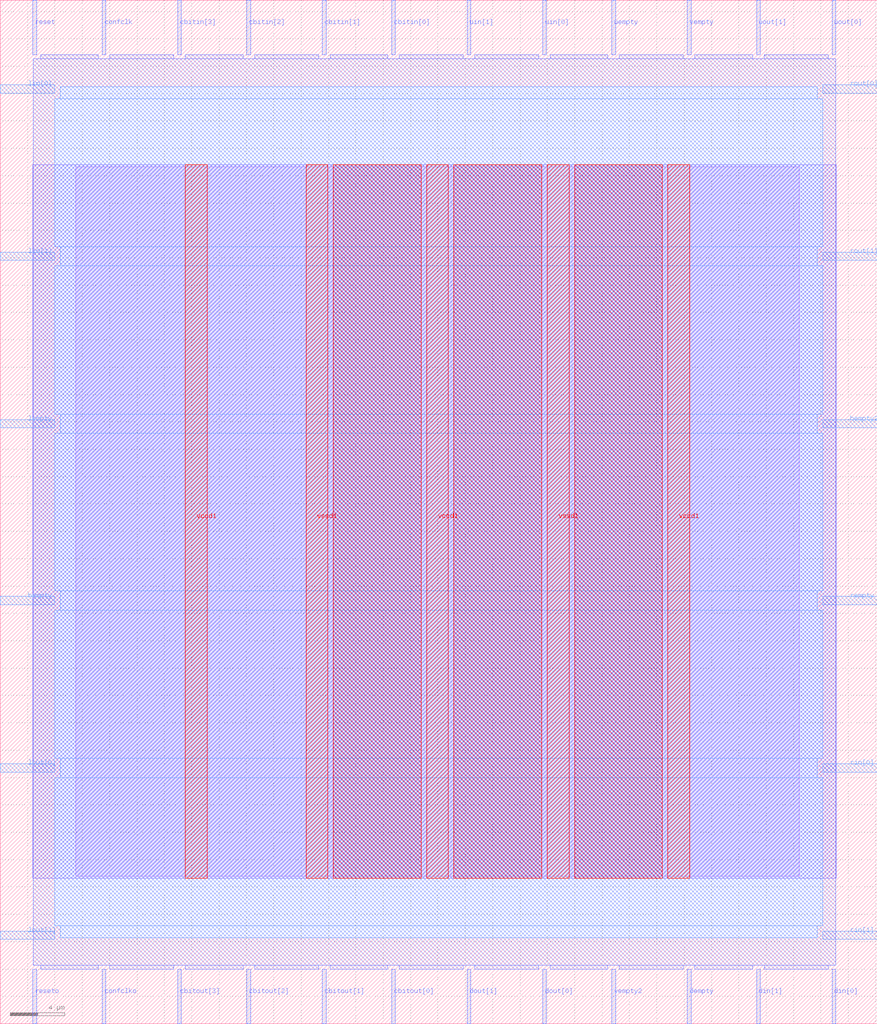
<source format=lef>
VERSION 5.7 ;
  NOWIREEXTENSIONATPIN ON ;
  DIVIDERCHAR "/" ;
  BUSBITCHARS "[]" ;
MACRO ycell
  CLASS BLOCK ;
  FOREIGN ycell ;
  ORIGIN 0.000 0.000 ;
  SIZE 64.115 BY 74.835 ;
  PIN cbitin[0]
    DIRECTION INPUT ;
    USE SIGNAL ;
    PORT
      LAYER met2 ;
        RECT 28.610 70.835 28.890 74.835 ;
    END
  END cbitin[0]
  PIN cbitin[1]
    DIRECTION INPUT ;
    USE SIGNAL ;
    PORT
      LAYER met2 ;
        RECT 23.550 70.835 23.830 74.835 ;
    END
  END cbitin[1]
  PIN cbitin[2]
    DIRECTION INPUT ;
    USE SIGNAL ;
    PORT
      LAYER met2 ;
        RECT 18.030 70.835 18.310 74.835 ;
    END
  END cbitin[2]
  PIN cbitin[3]
    DIRECTION INPUT ;
    USE SIGNAL ;
    PORT
      LAYER met2 ;
        RECT 12.970 70.835 13.250 74.835 ;
    END
  END cbitin[3]
  PIN cbitout[0]
    DIRECTION OUTPUT TRISTATE ;
    USE SIGNAL ;
    PORT
      LAYER met2 ;
        RECT 28.610 0.000 28.890 4.000 ;
    END
  END cbitout[0]
  PIN cbitout[1]
    DIRECTION OUTPUT TRISTATE ;
    USE SIGNAL ;
    PORT
      LAYER met2 ;
        RECT 23.550 0.000 23.830 4.000 ;
    END
  END cbitout[1]
  PIN cbitout[2]
    DIRECTION OUTPUT TRISTATE ;
    USE SIGNAL ;
    PORT
      LAYER met2 ;
        RECT 18.030 0.000 18.310 4.000 ;
    END
  END cbitout[2]
  PIN cbitout[3]
    DIRECTION OUTPUT TRISTATE ;
    USE SIGNAL ;
    PORT
      LAYER met2 ;
        RECT 12.970 0.000 13.250 4.000 ;
    END
  END cbitout[3]
  PIN confclk
    DIRECTION INPUT ;
    USE SIGNAL ;
    PORT
      LAYER met2 ;
        RECT 7.450 70.835 7.730 74.835 ;
    END
  END confclk
  PIN confclko
    DIRECTION OUTPUT TRISTATE ;
    USE SIGNAL ;
    PORT
      LAYER met2 ;
        RECT 7.450 0.000 7.730 4.000 ;
    END
  END confclko
  PIN dempty
    DIRECTION INPUT ;
    USE SIGNAL ;
    PORT
      LAYER met2 ;
        RECT 50.230 0.000 50.510 4.000 ;
    END
  END dempty
  PIN din[0]
    DIRECTION INPUT ;
    USE SIGNAL ;
    PORT
      LAYER met2 ;
        RECT 60.810 0.000 61.090 4.000 ;
    END
  END din[0]
  PIN din[1]
    DIRECTION INPUT ;
    USE SIGNAL ;
    PORT
      LAYER met2 ;
        RECT 55.290 0.000 55.570 4.000 ;
    END
  END din[1]
  PIN dout[0]
    DIRECTION OUTPUT TRISTATE ;
    USE SIGNAL ;
    PORT
      LAYER met2 ;
        RECT 39.650 0.000 39.930 4.000 ;
    END
  END dout[0]
  PIN dout[1]
    DIRECTION OUTPUT TRISTATE ;
    USE SIGNAL ;
    PORT
      LAYER met2 ;
        RECT 34.130 0.000 34.410 4.000 ;
    END
  END dout[1]
  PIN hempty
    DIRECTION OUTPUT TRISTATE ;
    USE SIGNAL ;
    PORT
      LAYER met3 ;
        RECT 0.000 30.640 4.000 31.240 ;
    END
  END hempty
  PIN hempty2
    DIRECTION OUTPUT TRISTATE ;
    USE SIGNAL ;
    PORT
      LAYER met3 ;
        RECT 60.115 43.560 64.115 44.160 ;
    END
  END hempty2
  PIN lempty
    DIRECTION INPUT ;
    USE SIGNAL ;
    PORT
      LAYER met3 ;
        RECT 0.000 43.560 4.000 44.160 ;
    END
  END lempty
  PIN lin[0]
    DIRECTION INPUT ;
    USE SIGNAL ;
    PORT
      LAYER met3 ;
        RECT 0.000 68.040 4.000 68.640 ;
    END
  END lin[0]
  PIN lin[1]
    DIRECTION INPUT ;
    USE SIGNAL ;
    PORT
      LAYER met3 ;
        RECT 0.000 55.800 4.000 56.400 ;
    END
  END lin[1]
  PIN lout[0]
    DIRECTION OUTPUT TRISTATE ;
    USE SIGNAL ;
    PORT
      LAYER met3 ;
        RECT 0.000 18.400 4.000 19.000 ;
    END
  END lout[0]
  PIN lout[1]
    DIRECTION OUTPUT TRISTATE ;
    USE SIGNAL ;
    PORT
      LAYER met3 ;
        RECT 0.000 6.160 4.000 6.760 ;
    END
  END lout[1]
  PIN rempty
    DIRECTION INPUT ;
    USE SIGNAL ;
    PORT
      LAYER met3 ;
        RECT 60.115 30.640 64.115 31.240 ;
    END
  END rempty
  PIN reset
    DIRECTION INPUT ;
    USE SIGNAL ;
    PORT
      LAYER met2 ;
        RECT 2.390 70.835 2.670 74.835 ;
    END
  END reset
  PIN reseto
    DIRECTION OUTPUT TRISTATE ;
    USE SIGNAL ;
    PORT
      LAYER met2 ;
        RECT 2.390 0.000 2.670 4.000 ;
    END
  END reseto
  PIN rin[0]
    DIRECTION INPUT ;
    USE SIGNAL ;
    PORT
      LAYER met3 ;
        RECT 60.115 18.400 64.115 19.000 ;
    END
  END rin[0]
  PIN rin[1]
    DIRECTION INPUT ;
    USE SIGNAL ;
    PORT
      LAYER met3 ;
        RECT 60.115 6.160 64.115 6.760 ;
    END
  END rin[1]
  PIN rout[0]
    DIRECTION OUTPUT TRISTATE ;
    USE SIGNAL ;
    PORT
      LAYER met3 ;
        RECT 60.115 68.040 64.115 68.640 ;
    END
  END rout[0]
  PIN rout[1]
    DIRECTION OUTPUT TRISTATE ;
    USE SIGNAL ;
    PORT
      LAYER met3 ;
        RECT 60.115 55.800 64.115 56.400 ;
    END
  END rout[1]
  PIN uempty
    DIRECTION INPUT ;
    USE SIGNAL ;
    PORT
      LAYER met2 ;
        RECT 44.710 70.835 44.990 74.835 ;
    END
  END uempty
  PIN uin[0]
    DIRECTION INPUT ;
    USE SIGNAL ;
    PORT
      LAYER met2 ;
        RECT 39.650 70.835 39.930 74.835 ;
    END
  END uin[0]
  PIN uin[1]
    DIRECTION INPUT ;
    USE SIGNAL ;
    PORT
      LAYER met2 ;
        RECT 34.130 70.835 34.410 74.835 ;
    END
  END uin[1]
  PIN uout[0]
    DIRECTION OUTPUT TRISTATE ;
    USE SIGNAL ;
    PORT
      LAYER met2 ;
        RECT 60.810 70.835 61.090 74.835 ;
    END
  END uout[0]
  PIN uout[1]
    DIRECTION OUTPUT TRISTATE ;
    USE SIGNAL ;
    PORT
      LAYER met2 ;
        RECT 55.290 70.835 55.570 74.835 ;
    END
  END uout[1]
  PIN vempty
    DIRECTION OUTPUT TRISTATE ;
    USE SIGNAL ;
    PORT
      LAYER met2 ;
        RECT 50.230 70.835 50.510 74.835 ;
    END
  END vempty
  PIN vempty2
    DIRECTION OUTPUT TRISTATE ;
    USE SIGNAL ;
    PORT
      LAYER met2 ;
        RECT 44.710 0.000 44.990 4.000 ;
    END
  END vempty2
  PIN vccd1
    DIRECTION INOUT ;
    USE POWER ;
    PORT
      LAYER met4 ;
        RECT 48.805 10.640 50.405 62.800 ;
    END
  END vccd1
  PIN vccd1
    DIRECTION INOUT ;
    USE POWER ;
    PORT
      LAYER met4 ;
        RECT 31.170 10.640 32.770 62.800 ;
    END
  END vccd1
  PIN vccd1
    DIRECTION INOUT ;
    USE POWER ;
    PORT
      LAYER met4 ;
        RECT 13.535 10.640 15.135 62.800 ;
    END
  END vccd1
  PIN vssd1
    DIRECTION INOUT ;
    USE GROUND ;
    PORT
      LAYER met4 ;
        RECT 39.985 10.640 41.585 62.800 ;
    END
  END vssd1
  PIN vssd1
    DIRECTION INOUT ;
    USE GROUND ;
    PORT
      LAYER met4 ;
        RECT 22.355 10.640 23.955 62.800 ;
    END
  END vssd1
  OBS
      LAYER li1 ;
        RECT 5.520 10.795 58.420 62.645 ;
      LAYER met1 ;
        RECT 2.370 10.640 61.110 62.800 ;
      LAYER met2 ;
        RECT 2.950 70.555 7.170 70.835 ;
        RECT 8.010 70.555 12.690 70.835 ;
        RECT 13.530 70.555 17.750 70.835 ;
        RECT 18.590 70.555 23.270 70.835 ;
        RECT 24.110 70.555 28.330 70.835 ;
        RECT 29.170 70.555 33.850 70.835 ;
        RECT 34.690 70.555 39.370 70.835 ;
        RECT 40.210 70.555 44.430 70.835 ;
        RECT 45.270 70.555 49.950 70.835 ;
        RECT 50.790 70.555 55.010 70.835 ;
        RECT 55.850 70.555 60.530 70.835 ;
        RECT 2.400 4.280 61.080 70.555 ;
        RECT 2.950 4.000 7.170 4.280 ;
        RECT 8.010 4.000 12.690 4.280 ;
        RECT 13.530 4.000 17.750 4.280 ;
        RECT 18.590 4.000 23.270 4.280 ;
        RECT 24.110 4.000 28.330 4.280 ;
        RECT 29.170 4.000 33.850 4.280 ;
        RECT 34.690 4.000 39.370 4.280 ;
        RECT 40.210 4.000 44.430 4.280 ;
        RECT 45.270 4.000 49.950 4.280 ;
        RECT 50.790 4.000 55.010 4.280 ;
        RECT 55.850 4.000 60.530 4.280 ;
      LAYER met3 ;
        RECT 4.400 67.640 59.715 68.505 ;
        RECT 4.000 56.800 60.115 67.640 ;
        RECT 4.400 55.400 59.715 56.800 ;
        RECT 4.000 44.560 60.115 55.400 ;
        RECT 4.400 43.160 59.715 44.560 ;
        RECT 4.000 31.640 60.115 43.160 ;
        RECT 4.400 30.240 59.715 31.640 ;
        RECT 4.000 19.400 60.115 30.240 ;
        RECT 4.400 18.000 59.715 19.400 ;
        RECT 4.000 7.160 60.115 18.000 ;
        RECT 4.400 6.295 59.715 7.160 ;
      LAYER met4 ;
        RECT 24.355 10.640 30.770 62.800 ;
        RECT 33.170 10.640 39.585 62.800 ;
        RECT 41.985 10.640 48.405 62.800 ;
  END
END ycell
END LIBRARY


</source>
